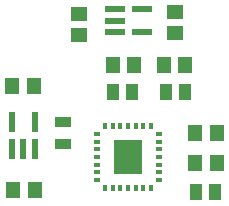
<source format=gbr>
%TF.GenerationSoftware,KiCad,Pcbnew,9.0.2*%
%TF.CreationDate,2025-06-12T16:07:02+02:00*%
%TF.ProjectId,engemil_pmw3901mb,656e6765-6d69-46c5-9f70-6d7733393031,1*%
%TF.SameCoordinates,Original*%
%TF.FileFunction,Paste,Top*%
%TF.FilePolarity,Positive*%
%FSLAX46Y46*%
G04 Gerber Fmt 4.6, Leading zero omitted, Abs format (unit mm)*
G04 Created by KiCad (PCBNEW 9.0.2) date 2025-06-12 16:07:02*
%MOMM*%
%LPD*%
G01*
G04 APERTURE LIST*
%ADD10R,0.612132X1.805236*%
%ADD11R,1.020000X1.470000*%
%ADD12R,1.450000X1.150000*%
%ADD13R,1.150000X1.450000*%
%ADD14R,1.400000X0.950000*%
%ADD15R,1.805236X0.612132*%
%ADD16R,0.406400X0.558800*%
%ADD17R,0.558800X0.406400*%
%ADD18R,2.489200X2.997200*%
G04 APERTURE END LIST*
D10*
%TO.C,U2*%
X140199998Y-114304811D03*
X141149999Y-114304811D03*
X142100000Y-114304811D03*
X142100000Y-112003845D03*
X140199998Y-112003845D03*
%TD*%
D11*
%TO.C,C7*%
X155728445Y-118000000D03*
X157328445Y-118000000D03*
%TD*%
D12*
%TO.C,C3*%
X145822038Y-104696155D03*
X145822038Y-102896155D03*
%TD*%
%TO.C,C4*%
X154000000Y-104500000D03*
X154000000Y-102700000D03*
%TD*%
D13*
%TO.C,C11*%
X150493593Y-107200000D03*
X148693593Y-107200000D03*
%TD*%
D11*
%TO.C,C10*%
X150300000Y-109500000D03*
X148700000Y-109500000D03*
%TD*%
D13*
%TO.C,C5*%
X155700000Y-115496155D03*
X157500000Y-115496155D03*
%TD*%
%TO.C,C6*%
X155700000Y-113000000D03*
X157500000Y-113000000D03*
%TD*%
%TO.C,C1*%
X142100000Y-117804811D03*
X140300000Y-117804811D03*
%TD*%
%TO.C,C9*%
X153022038Y-107200000D03*
X154822038Y-107200000D03*
%TD*%
%TO.C,C2*%
X142000000Y-109003845D03*
X140200000Y-109003845D03*
%TD*%
D14*
%TO.C,R1*%
X144500000Y-112003845D03*
X144500000Y-113903845D03*
%TD*%
D15*
%TO.C,U3*%
X148870589Y-102500000D03*
X148870589Y-103450001D03*
X148870589Y-104400002D03*
X151171555Y-104400002D03*
X151171555Y-102500000D03*
%TD*%
D11*
%TO.C,C8*%
X153222038Y-109500000D03*
X154822038Y-109500000D03*
%TD*%
D16*
%TO.C,U1*%
X151949958Y-112396500D03*
X151299972Y-112396500D03*
X150649986Y-112396500D03*
X150000000Y-112396500D03*
X149350014Y-112396500D03*
X148700028Y-112396500D03*
X148050042Y-112396500D03*
D17*
X147396500Y-113050042D03*
X147396500Y-113700028D03*
X147396500Y-114350014D03*
X147396500Y-115000000D03*
X147396500Y-115649986D03*
X147396500Y-116299972D03*
X147396500Y-116949958D03*
D16*
X148050042Y-117603500D03*
X148700028Y-117603500D03*
X149350014Y-117603500D03*
X150000000Y-117603500D03*
X150649986Y-117603500D03*
X151299972Y-117603500D03*
X151949958Y-117603500D03*
D17*
X152603500Y-116949958D03*
X152603500Y-116299972D03*
X152603500Y-115649986D03*
X152603500Y-115000000D03*
X152603500Y-114350014D03*
X152603500Y-113700028D03*
X152603500Y-113050042D03*
D18*
X150000000Y-115000000D03*
%TD*%
M02*

</source>
